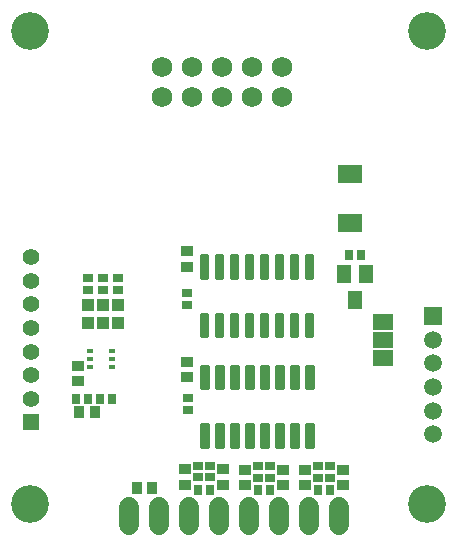
<source format=gts>
G04 EAGLE Gerber RS-274X export*
G75*
%MOMM*%
%FSLAX34Y34*%
%LPD*%
%INSoldermask Top*%
%IPPOS*%
%AMOC8*
5,1,8,0,0,1.08239X$1,22.5*%
G01*
%ADD10C,3.203200*%
%ADD11C,0.353406*%
%ADD12C,1.511200*%
%ADD13R,1.511200X1.511200*%
%ADD14C,1.411200*%
%ADD15R,1.411200X1.411200*%
%ADD16C,1.727200*%
%ADD17C,1.727200*%
%ADD18R,0.625000X0.400000*%
%ADD19R,0.803200X0.903200*%
%ADD20R,1.103200X0.903200*%
%ADD21R,2.003200X1.553200*%
%ADD22R,1.003200X1.003200*%
%ADD23R,0.903200X0.803200*%
%ADD24R,0.903200X1.103200*%
%ADD25R,1.803400X1.371600*%
%ADD26R,1.203200X1.603200*%


D10*
X27000Y430000D03*
X363000Y430000D03*
X363000Y30000D03*
X27000Y30000D03*
D11*
X177499Y78551D02*
X177499Y96749D01*
X177499Y78551D02*
X173001Y78551D01*
X173001Y96749D01*
X177499Y96749D01*
X177499Y81908D02*
X173001Y81908D01*
X173001Y85265D02*
X177499Y85265D01*
X177499Y88622D02*
X173001Y88622D01*
X173001Y91979D02*
X177499Y91979D01*
X177499Y95336D02*
X173001Y95336D01*
X190199Y96749D02*
X190199Y78551D01*
X185701Y78551D01*
X185701Y96749D01*
X190199Y96749D01*
X190199Y81908D02*
X185701Y81908D01*
X185701Y85265D02*
X190199Y85265D01*
X190199Y88622D02*
X185701Y88622D01*
X185701Y91979D02*
X190199Y91979D01*
X190199Y95336D02*
X185701Y95336D01*
X202899Y96749D02*
X202899Y78551D01*
X198401Y78551D01*
X198401Y96749D01*
X202899Y96749D01*
X202899Y81908D02*
X198401Y81908D01*
X198401Y85265D02*
X202899Y85265D01*
X202899Y88622D02*
X198401Y88622D01*
X198401Y91979D02*
X202899Y91979D01*
X202899Y95336D02*
X198401Y95336D01*
X215599Y96749D02*
X215599Y78551D01*
X211101Y78551D01*
X211101Y96749D01*
X215599Y96749D01*
X215599Y81908D02*
X211101Y81908D01*
X211101Y85265D02*
X215599Y85265D01*
X215599Y88622D02*
X211101Y88622D01*
X211101Y91979D02*
X215599Y91979D01*
X215599Y95336D02*
X211101Y95336D01*
X228299Y96749D02*
X228299Y78551D01*
X223801Y78551D01*
X223801Y96749D01*
X228299Y96749D01*
X228299Y81908D02*
X223801Y81908D01*
X223801Y85265D02*
X228299Y85265D01*
X228299Y88622D02*
X223801Y88622D01*
X223801Y91979D02*
X228299Y91979D01*
X228299Y95336D02*
X223801Y95336D01*
X240999Y96749D02*
X240999Y78551D01*
X236501Y78551D01*
X236501Y96749D01*
X240999Y96749D01*
X240999Y81908D02*
X236501Y81908D01*
X236501Y85265D02*
X240999Y85265D01*
X240999Y88622D02*
X236501Y88622D01*
X236501Y91979D02*
X240999Y91979D01*
X240999Y95336D02*
X236501Y95336D01*
X253699Y96749D02*
X253699Y78551D01*
X249201Y78551D01*
X249201Y96749D01*
X253699Y96749D01*
X253699Y81908D02*
X249201Y81908D01*
X249201Y85265D02*
X253699Y85265D01*
X253699Y88622D02*
X249201Y88622D01*
X249201Y91979D02*
X253699Y91979D01*
X253699Y95336D02*
X249201Y95336D01*
X266399Y96749D02*
X266399Y78551D01*
X261901Y78551D01*
X261901Y96749D01*
X266399Y96749D01*
X266399Y81908D02*
X261901Y81908D01*
X261901Y85265D02*
X266399Y85265D01*
X266399Y88622D02*
X261901Y88622D01*
X261901Y91979D02*
X266399Y91979D01*
X266399Y95336D02*
X261901Y95336D01*
X266399Y128051D02*
X266399Y146249D01*
X266399Y128051D02*
X261901Y128051D01*
X261901Y146249D01*
X266399Y146249D01*
X266399Y131408D02*
X261901Y131408D01*
X261901Y134765D02*
X266399Y134765D01*
X266399Y138122D02*
X261901Y138122D01*
X261901Y141479D02*
X266399Y141479D01*
X266399Y144836D02*
X261901Y144836D01*
X253699Y146249D02*
X253699Y128051D01*
X249201Y128051D01*
X249201Y146249D01*
X253699Y146249D01*
X253699Y131408D02*
X249201Y131408D01*
X249201Y134765D02*
X253699Y134765D01*
X253699Y138122D02*
X249201Y138122D01*
X249201Y141479D02*
X253699Y141479D01*
X253699Y144836D02*
X249201Y144836D01*
X240999Y146249D02*
X240999Y128051D01*
X236501Y128051D01*
X236501Y146249D01*
X240999Y146249D01*
X240999Y131408D02*
X236501Y131408D01*
X236501Y134765D02*
X240999Y134765D01*
X240999Y138122D02*
X236501Y138122D01*
X236501Y141479D02*
X240999Y141479D01*
X240999Y144836D02*
X236501Y144836D01*
X228299Y146249D02*
X228299Y128051D01*
X223801Y128051D01*
X223801Y146249D01*
X228299Y146249D01*
X228299Y131408D02*
X223801Y131408D01*
X223801Y134765D02*
X228299Y134765D01*
X228299Y138122D02*
X223801Y138122D01*
X223801Y141479D02*
X228299Y141479D01*
X228299Y144836D02*
X223801Y144836D01*
X215599Y146249D02*
X215599Y128051D01*
X211101Y128051D01*
X211101Y146249D01*
X215599Y146249D01*
X215599Y131408D02*
X211101Y131408D01*
X211101Y134765D02*
X215599Y134765D01*
X215599Y138122D02*
X211101Y138122D01*
X211101Y141479D02*
X215599Y141479D01*
X215599Y144836D02*
X211101Y144836D01*
X202899Y146249D02*
X202899Y128051D01*
X198401Y128051D01*
X198401Y146249D01*
X202899Y146249D01*
X202899Y131408D02*
X198401Y131408D01*
X198401Y134765D02*
X202899Y134765D01*
X202899Y138122D02*
X198401Y138122D01*
X198401Y141479D02*
X202899Y141479D01*
X202899Y144836D02*
X198401Y144836D01*
X190199Y146249D02*
X190199Y128051D01*
X185701Y128051D01*
X185701Y146249D01*
X190199Y146249D01*
X190199Y131408D02*
X185701Y131408D01*
X185701Y134765D02*
X190199Y134765D01*
X190199Y138122D02*
X185701Y138122D01*
X185701Y141479D02*
X190199Y141479D01*
X190199Y144836D02*
X185701Y144836D01*
X177499Y146249D02*
X177499Y128051D01*
X173001Y128051D01*
X173001Y146249D01*
X177499Y146249D01*
X177499Y131408D02*
X173001Y131408D01*
X173001Y134765D02*
X177499Y134765D01*
X177499Y138122D02*
X173001Y138122D01*
X173001Y141479D02*
X177499Y141479D01*
X177499Y144836D02*
X173001Y144836D01*
X177439Y172093D02*
X177439Y190291D01*
X177439Y172093D02*
X172941Y172093D01*
X172941Y190291D01*
X177439Y190291D01*
X177439Y175450D02*
X172941Y175450D01*
X172941Y178807D02*
X177439Y178807D01*
X177439Y182164D02*
X172941Y182164D01*
X172941Y185521D02*
X177439Y185521D01*
X177439Y188878D02*
X172941Y188878D01*
X190139Y190291D02*
X190139Y172093D01*
X185641Y172093D01*
X185641Y190291D01*
X190139Y190291D01*
X190139Y175450D02*
X185641Y175450D01*
X185641Y178807D02*
X190139Y178807D01*
X190139Y182164D02*
X185641Y182164D01*
X185641Y185521D02*
X190139Y185521D01*
X190139Y188878D02*
X185641Y188878D01*
X202839Y190291D02*
X202839Y172093D01*
X198341Y172093D01*
X198341Y190291D01*
X202839Y190291D01*
X202839Y175450D02*
X198341Y175450D01*
X198341Y178807D02*
X202839Y178807D01*
X202839Y182164D02*
X198341Y182164D01*
X198341Y185521D02*
X202839Y185521D01*
X202839Y188878D02*
X198341Y188878D01*
X215539Y190291D02*
X215539Y172093D01*
X211041Y172093D01*
X211041Y190291D01*
X215539Y190291D01*
X215539Y175450D02*
X211041Y175450D01*
X211041Y178807D02*
X215539Y178807D01*
X215539Y182164D02*
X211041Y182164D01*
X211041Y185521D02*
X215539Y185521D01*
X215539Y188878D02*
X211041Y188878D01*
X228239Y190291D02*
X228239Y172093D01*
X223741Y172093D01*
X223741Y190291D01*
X228239Y190291D01*
X228239Y175450D02*
X223741Y175450D01*
X223741Y178807D02*
X228239Y178807D01*
X228239Y182164D02*
X223741Y182164D01*
X223741Y185521D02*
X228239Y185521D01*
X228239Y188878D02*
X223741Y188878D01*
X240939Y190291D02*
X240939Y172093D01*
X236441Y172093D01*
X236441Y190291D01*
X240939Y190291D01*
X240939Y175450D02*
X236441Y175450D01*
X236441Y178807D02*
X240939Y178807D01*
X240939Y182164D02*
X236441Y182164D01*
X236441Y185521D02*
X240939Y185521D01*
X240939Y188878D02*
X236441Y188878D01*
X253639Y190291D02*
X253639Y172093D01*
X249141Y172093D01*
X249141Y190291D01*
X253639Y190291D01*
X253639Y175450D02*
X249141Y175450D01*
X249141Y178807D02*
X253639Y178807D01*
X253639Y182164D02*
X249141Y182164D01*
X249141Y185521D02*
X253639Y185521D01*
X253639Y188878D02*
X249141Y188878D01*
X266339Y190291D02*
X266339Y172093D01*
X261841Y172093D01*
X261841Y190291D01*
X266339Y190291D01*
X266339Y175450D02*
X261841Y175450D01*
X261841Y178807D02*
X266339Y178807D01*
X266339Y182164D02*
X261841Y182164D01*
X261841Y185521D02*
X266339Y185521D01*
X266339Y188878D02*
X261841Y188878D01*
X266339Y221593D02*
X266339Y239791D01*
X266339Y221593D02*
X261841Y221593D01*
X261841Y239791D01*
X266339Y239791D01*
X266339Y224950D02*
X261841Y224950D01*
X261841Y228307D02*
X266339Y228307D01*
X266339Y231664D02*
X261841Y231664D01*
X261841Y235021D02*
X266339Y235021D01*
X266339Y238378D02*
X261841Y238378D01*
X253639Y239791D02*
X253639Y221593D01*
X249141Y221593D01*
X249141Y239791D01*
X253639Y239791D01*
X253639Y224950D02*
X249141Y224950D01*
X249141Y228307D02*
X253639Y228307D01*
X253639Y231664D02*
X249141Y231664D01*
X249141Y235021D02*
X253639Y235021D01*
X253639Y238378D02*
X249141Y238378D01*
X240939Y239791D02*
X240939Y221593D01*
X236441Y221593D01*
X236441Y239791D01*
X240939Y239791D01*
X240939Y224950D02*
X236441Y224950D01*
X236441Y228307D02*
X240939Y228307D01*
X240939Y231664D02*
X236441Y231664D01*
X236441Y235021D02*
X240939Y235021D01*
X240939Y238378D02*
X236441Y238378D01*
X228239Y239791D02*
X228239Y221593D01*
X223741Y221593D01*
X223741Y239791D01*
X228239Y239791D01*
X228239Y224950D02*
X223741Y224950D01*
X223741Y228307D02*
X228239Y228307D01*
X228239Y231664D02*
X223741Y231664D01*
X223741Y235021D02*
X228239Y235021D01*
X228239Y238378D02*
X223741Y238378D01*
X215539Y239791D02*
X215539Y221593D01*
X211041Y221593D01*
X211041Y239791D01*
X215539Y239791D01*
X215539Y224950D02*
X211041Y224950D01*
X211041Y228307D02*
X215539Y228307D01*
X215539Y231664D02*
X211041Y231664D01*
X211041Y235021D02*
X215539Y235021D01*
X215539Y238378D02*
X211041Y238378D01*
X202839Y239791D02*
X202839Y221593D01*
X198341Y221593D01*
X198341Y239791D01*
X202839Y239791D01*
X202839Y224950D02*
X198341Y224950D01*
X198341Y228307D02*
X202839Y228307D01*
X202839Y231664D02*
X198341Y231664D01*
X198341Y235021D02*
X202839Y235021D01*
X202839Y238378D02*
X198341Y238378D01*
X190139Y239791D02*
X190139Y221593D01*
X185641Y221593D01*
X185641Y239791D01*
X190139Y239791D01*
X190139Y224950D02*
X185641Y224950D01*
X185641Y228307D02*
X190139Y228307D01*
X190139Y231664D02*
X185641Y231664D01*
X185641Y235021D02*
X190139Y235021D01*
X190139Y238378D02*
X185641Y238378D01*
X177439Y239791D02*
X177439Y221593D01*
X172941Y221593D01*
X172941Y239791D01*
X177439Y239791D01*
X177439Y224950D02*
X172941Y224950D01*
X172941Y228307D02*
X177439Y228307D01*
X177439Y231664D02*
X172941Y231664D01*
X172941Y235021D02*
X177439Y235021D01*
X177439Y238378D02*
X172941Y238378D01*
D12*
X368500Y89000D03*
X368500Y109000D03*
X368500Y129000D03*
X368500Y149000D03*
X368500Y169000D03*
D13*
X368500Y189000D03*
D14*
X28000Y219000D03*
X28000Y199000D03*
X28000Y239000D03*
X28000Y179000D03*
X28000Y159000D03*
X28000Y139000D03*
X28000Y119000D03*
D15*
X28000Y99000D03*
D16*
X139200Y374600D03*
X139200Y400000D03*
X164600Y374600D03*
X164600Y400000D03*
X190000Y374600D03*
X190000Y400000D03*
X215400Y374600D03*
X215400Y400000D03*
X240800Y374600D03*
X240800Y400000D03*
D17*
X263500Y27620D02*
X263500Y12380D01*
X238100Y12380D02*
X238100Y27620D01*
X212700Y27620D02*
X212700Y12380D01*
X187300Y12380D02*
X187300Y27620D01*
X161900Y27620D02*
X161900Y12380D01*
X136500Y12380D02*
X136500Y27620D01*
X111100Y27620D02*
X111100Y12380D01*
X288900Y12380D02*
X288900Y27620D01*
D18*
X96467Y146100D03*
X96467Y152600D03*
X96467Y159100D03*
X78217Y159100D03*
X78217Y152600D03*
X78217Y146100D03*
D19*
X75892Y119066D03*
X65892Y119066D03*
X96506Y119041D03*
X86506Y119041D03*
D20*
X67470Y146737D03*
X67470Y133737D03*
D21*
X298368Y267504D03*
X298368Y309004D03*
D22*
X101600Y198000D03*
X101600Y183000D03*
X88900Y198000D03*
X88900Y183000D03*
X76200Y198000D03*
X76200Y183000D03*
D23*
X101600Y220900D03*
X101600Y210900D03*
X88900Y220900D03*
X88900Y210900D03*
X76200Y220900D03*
X76200Y210900D03*
D19*
X179485Y42153D03*
X169485Y42153D03*
D23*
X179501Y62507D03*
X179501Y52507D03*
X169458Y62511D03*
X169458Y52511D03*
D19*
X220446Y41950D03*
X230446Y41950D03*
D23*
X220374Y52289D03*
X220374Y62289D03*
X230484Y52302D03*
X230484Y62302D03*
D19*
X281085Y41804D03*
X271085Y41804D03*
D23*
X271081Y62172D03*
X271081Y52172D03*
X281100Y62165D03*
X281100Y52165D03*
D20*
X158459Y59308D03*
X158459Y46308D03*
X190579Y59270D03*
X190579Y46270D03*
X209466Y59003D03*
X209466Y46003D03*
X241558Y59045D03*
X241558Y46045D03*
X259923Y58884D03*
X259923Y45884D03*
X292598Y58925D03*
X292598Y45925D03*
D23*
X160540Y119600D03*
X160540Y109600D03*
D20*
X160331Y137236D03*
X160331Y150236D03*
D23*
X160322Y208236D03*
X160322Y198236D03*
D20*
X160363Y230771D03*
X160363Y243771D03*
D24*
X117581Y43114D03*
X130581Y43114D03*
D25*
X326224Y153551D03*
X326224Y168791D03*
X326224Y184031D03*
D19*
X297671Y241073D03*
X307671Y241073D03*
D24*
X69057Y108195D03*
X82057Y108195D03*
D26*
X302533Y202874D03*
X293033Y224874D03*
X312033Y224874D03*
M02*

</source>
